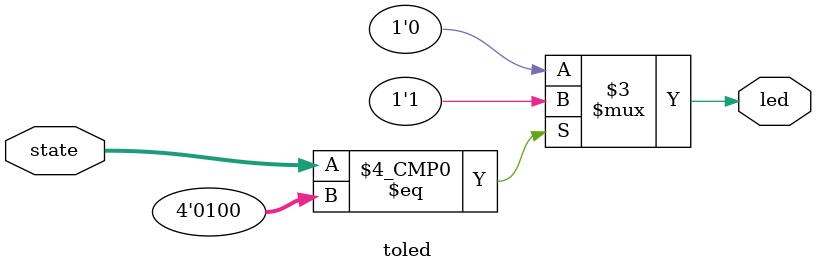
<source format=v>
`timescale 1ns / 1ps


module toled(
input [3:0] state,
output reg led
    );
    always@(*)
    case(state)
    4'b0100:led=1;
    default:led=0;
    endcase
endmodule

</source>
